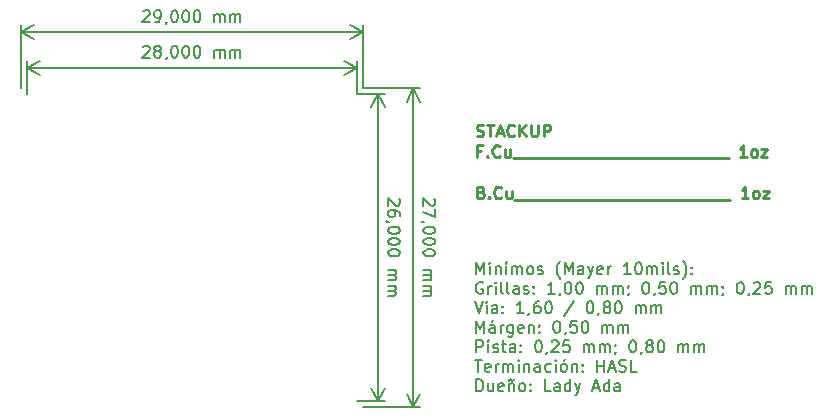
<source format=gbr>
%TF.GenerationSoftware,KiCad,Pcbnew,(5.1.10)-1*%
%TF.CreationDate,2021-10-14T08:55:52-04:00*%
%TF.ProjectId,TP_Final,54505f46-696e-4616-9c2e-6b696361645f,rev?*%
%TF.SameCoordinates,Original*%
%TF.FileFunction,OtherDrawing,Comment*%
%FSLAX46Y46*%
G04 Gerber Fmt 4.6, Leading zero omitted, Abs format (unit mm)*
G04 Created by KiCad (PCBNEW (5.1.10)-1) date 2021-10-14 08:55:52*
%MOMM*%
%LPD*%
G01*
G04 APERTURE LIST*
%ADD10C,0.250000*%
%ADD11C,0.150000*%
G04 APERTURE END LIST*
D10*
X146352976Y-92779761D02*
X146495833Y-92827380D01*
X146733928Y-92827380D01*
X146829166Y-92779761D01*
X146876785Y-92732142D01*
X146924404Y-92636904D01*
X146924404Y-92541666D01*
X146876785Y-92446428D01*
X146829166Y-92398809D01*
X146733928Y-92351190D01*
X146543452Y-92303571D01*
X146448214Y-92255952D01*
X146400595Y-92208333D01*
X146352976Y-92113095D01*
X146352976Y-92017857D01*
X146400595Y-91922619D01*
X146448214Y-91875000D01*
X146543452Y-91827380D01*
X146781547Y-91827380D01*
X146924404Y-91875000D01*
X147210119Y-91827380D02*
X147781547Y-91827380D01*
X147495833Y-92827380D02*
X147495833Y-91827380D01*
X148067261Y-92541666D02*
X148543452Y-92541666D01*
X147972023Y-92827380D02*
X148305357Y-91827380D01*
X148638690Y-92827380D01*
X149543452Y-92732142D02*
X149495833Y-92779761D01*
X149352976Y-92827380D01*
X149257738Y-92827380D01*
X149114880Y-92779761D01*
X149019642Y-92684523D01*
X148972023Y-92589285D01*
X148924404Y-92398809D01*
X148924404Y-92255952D01*
X148972023Y-92065476D01*
X149019642Y-91970238D01*
X149114880Y-91875000D01*
X149257738Y-91827380D01*
X149352976Y-91827380D01*
X149495833Y-91875000D01*
X149543452Y-91922619D01*
X149972023Y-92827380D02*
X149972023Y-91827380D01*
X150543452Y-92827380D02*
X150114880Y-92255952D01*
X150543452Y-91827380D02*
X149972023Y-92398809D01*
X150972023Y-91827380D02*
X150972023Y-92636904D01*
X151019642Y-92732142D01*
X151067261Y-92779761D01*
X151162500Y-92827380D01*
X151352976Y-92827380D01*
X151448214Y-92779761D01*
X151495833Y-92732142D01*
X151543452Y-92636904D01*
X151543452Y-91827380D01*
X152019642Y-92827380D02*
X152019642Y-91827380D01*
X152400595Y-91827380D01*
X152495833Y-91875000D01*
X152543452Y-91922619D01*
X152591071Y-92017857D01*
X152591071Y-92160714D01*
X152543452Y-92255952D01*
X152495833Y-92303571D01*
X152400595Y-92351190D01*
X152019642Y-92351190D01*
X146733928Y-94053571D02*
X146400595Y-94053571D01*
X146400595Y-94577380D02*
X146400595Y-93577380D01*
X146876785Y-93577380D01*
X147257738Y-94482142D02*
X147305357Y-94529761D01*
X147257738Y-94577380D01*
X147210119Y-94529761D01*
X147257738Y-94482142D01*
X147257738Y-94577380D01*
X148305357Y-94482142D02*
X148257738Y-94529761D01*
X148114880Y-94577380D01*
X148019642Y-94577380D01*
X147876785Y-94529761D01*
X147781547Y-94434523D01*
X147733928Y-94339285D01*
X147686309Y-94148809D01*
X147686309Y-94005952D01*
X147733928Y-93815476D01*
X147781547Y-93720238D01*
X147876785Y-93625000D01*
X148019642Y-93577380D01*
X148114880Y-93577380D01*
X148257738Y-93625000D01*
X148305357Y-93672619D01*
X149162500Y-93910714D02*
X149162500Y-94577380D01*
X148733928Y-93910714D02*
X148733928Y-94434523D01*
X148781547Y-94529761D01*
X148876785Y-94577380D01*
X149019642Y-94577380D01*
X149114880Y-94529761D01*
X149162500Y-94482142D01*
X149400595Y-94672619D02*
X150162500Y-94672619D01*
X150162500Y-94672619D02*
X150924404Y-94672619D01*
X150924404Y-94672619D02*
X151686309Y-94672619D01*
X151686309Y-94672619D02*
X152448214Y-94672619D01*
X152448214Y-94672619D02*
X153210119Y-94672619D01*
X153210119Y-94672619D02*
X153972023Y-94672619D01*
X153972023Y-94672619D02*
X154733928Y-94672619D01*
X154733928Y-94672619D02*
X155495833Y-94672619D01*
X155495833Y-94672619D02*
X156257738Y-94672619D01*
X156257738Y-94672619D02*
X157019642Y-94672619D01*
X157019642Y-94672619D02*
X157781547Y-94672619D01*
X157781547Y-94672619D02*
X158543452Y-94672619D01*
X158543452Y-94672619D02*
X159305357Y-94672619D01*
X159305357Y-94672619D02*
X160067261Y-94672619D01*
X160067261Y-94672619D02*
X160829166Y-94672619D01*
X160829166Y-94672619D02*
X161591071Y-94672619D01*
X161591071Y-94672619D02*
X162352976Y-94672619D01*
X162352976Y-94672619D02*
X163114880Y-94672619D01*
X163114880Y-94672619D02*
X163876785Y-94672619D01*
X163876785Y-94672619D02*
X164638690Y-94672619D01*
X164638690Y-94672619D02*
X165400595Y-94672619D01*
X165400595Y-94672619D02*
X166162500Y-94672619D01*
X166162500Y-94672619D02*
X166924404Y-94672619D01*
X166924404Y-94672619D02*
X167686309Y-94672619D01*
X169210119Y-94577380D02*
X168638690Y-94577380D01*
X168924404Y-94577380D02*
X168924404Y-93577380D01*
X168829166Y-93720238D01*
X168733928Y-93815476D01*
X168638690Y-93863095D01*
X169781547Y-94577380D02*
X169686309Y-94529761D01*
X169638690Y-94482142D01*
X169591071Y-94386904D01*
X169591071Y-94101190D01*
X169638690Y-94005952D01*
X169686309Y-93958333D01*
X169781547Y-93910714D01*
X169924404Y-93910714D01*
X170019642Y-93958333D01*
X170067261Y-94005952D01*
X170114880Y-94101190D01*
X170114880Y-94386904D01*
X170067261Y-94482142D01*
X170019642Y-94529761D01*
X169924404Y-94577380D01*
X169781547Y-94577380D01*
X170448214Y-93910714D02*
X170972023Y-93910714D01*
X170448214Y-94577380D01*
X170972023Y-94577380D01*
X146733928Y-97553571D02*
X146876785Y-97601190D01*
X146924404Y-97648809D01*
X146972023Y-97744047D01*
X146972023Y-97886904D01*
X146924404Y-97982142D01*
X146876785Y-98029761D01*
X146781547Y-98077380D01*
X146400595Y-98077380D01*
X146400595Y-97077380D01*
X146733928Y-97077380D01*
X146829166Y-97125000D01*
X146876785Y-97172619D01*
X146924404Y-97267857D01*
X146924404Y-97363095D01*
X146876785Y-97458333D01*
X146829166Y-97505952D01*
X146733928Y-97553571D01*
X146400595Y-97553571D01*
X147400595Y-97982142D02*
X147448214Y-98029761D01*
X147400595Y-98077380D01*
X147352976Y-98029761D01*
X147400595Y-97982142D01*
X147400595Y-98077380D01*
X148448214Y-97982142D02*
X148400595Y-98029761D01*
X148257738Y-98077380D01*
X148162500Y-98077380D01*
X148019642Y-98029761D01*
X147924404Y-97934523D01*
X147876785Y-97839285D01*
X147829166Y-97648809D01*
X147829166Y-97505952D01*
X147876785Y-97315476D01*
X147924404Y-97220238D01*
X148019642Y-97125000D01*
X148162500Y-97077380D01*
X148257738Y-97077380D01*
X148400595Y-97125000D01*
X148448214Y-97172619D01*
X149305357Y-97410714D02*
X149305357Y-98077380D01*
X148876785Y-97410714D02*
X148876785Y-97934523D01*
X148924404Y-98029761D01*
X149019642Y-98077380D01*
X149162500Y-98077380D01*
X149257738Y-98029761D01*
X149305357Y-97982142D01*
X149543452Y-98172619D02*
X150305357Y-98172619D01*
X150305357Y-98172619D02*
X151067261Y-98172619D01*
X151067261Y-98172619D02*
X151829166Y-98172619D01*
X151829166Y-98172619D02*
X152591071Y-98172619D01*
X152591071Y-98172619D02*
X153352976Y-98172619D01*
X153352976Y-98172619D02*
X154114880Y-98172619D01*
X154114880Y-98172619D02*
X154876785Y-98172619D01*
X154876785Y-98172619D02*
X155638690Y-98172619D01*
X155638690Y-98172619D02*
X156400595Y-98172619D01*
X156400595Y-98172619D02*
X157162500Y-98172619D01*
X157162500Y-98172619D02*
X157924404Y-98172619D01*
X157924404Y-98172619D02*
X158686309Y-98172619D01*
X158686309Y-98172619D02*
X159448214Y-98172619D01*
X159448214Y-98172619D02*
X160210119Y-98172619D01*
X160210119Y-98172619D02*
X160972023Y-98172619D01*
X160972023Y-98172619D02*
X161733928Y-98172619D01*
X161733928Y-98172619D02*
X162495833Y-98172619D01*
X162495833Y-98172619D02*
X163257738Y-98172619D01*
X163257738Y-98172619D02*
X164019642Y-98172619D01*
X164019642Y-98172619D02*
X164781547Y-98172619D01*
X164781547Y-98172619D02*
X165543452Y-98172619D01*
X165543452Y-98172619D02*
X166305357Y-98172619D01*
X166305357Y-98172619D02*
X167067261Y-98172619D01*
X167067261Y-98172619D02*
X167829166Y-98172619D01*
X169352976Y-98077380D02*
X168781547Y-98077380D01*
X169067261Y-98077380D02*
X169067261Y-97077380D01*
X168972023Y-97220238D01*
X168876785Y-97315476D01*
X168781547Y-97363095D01*
X169924404Y-98077380D02*
X169829166Y-98029761D01*
X169781547Y-97982142D01*
X169733928Y-97886904D01*
X169733928Y-97601190D01*
X169781547Y-97505952D01*
X169829166Y-97458333D01*
X169924404Y-97410714D01*
X170067261Y-97410714D01*
X170162500Y-97458333D01*
X170210119Y-97505952D01*
X170257738Y-97601190D01*
X170257738Y-97886904D01*
X170210119Y-97982142D01*
X170162500Y-98029761D01*
X170067261Y-98077380D01*
X169924404Y-98077380D01*
X170591071Y-97410714D02*
X171114880Y-97410714D01*
X170591071Y-98077380D01*
X171114880Y-98077380D01*
D11*
X146335595Y-104502380D02*
X146335595Y-103502380D01*
X146668928Y-104216666D01*
X147002261Y-103502380D01*
X147002261Y-104502380D01*
X147478452Y-104502380D02*
X147478452Y-103835714D01*
X147573690Y-103454761D02*
X147430833Y-103597619D01*
X147954642Y-103835714D02*
X147954642Y-104502380D01*
X147954642Y-103930952D02*
X148002261Y-103883333D01*
X148097500Y-103835714D01*
X148240357Y-103835714D01*
X148335595Y-103883333D01*
X148383214Y-103978571D01*
X148383214Y-104502380D01*
X148859404Y-104502380D02*
X148859404Y-103835714D01*
X148859404Y-103502380D02*
X148811785Y-103550000D01*
X148859404Y-103597619D01*
X148907023Y-103550000D01*
X148859404Y-103502380D01*
X148859404Y-103597619D01*
X149335595Y-104502380D02*
X149335595Y-103835714D01*
X149335595Y-103930952D02*
X149383214Y-103883333D01*
X149478452Y-103835714D01*
X149621309Y-103835714D01*
X149716547Y-103883333D01*
X149764166Y-103978571D01*
X149764166Y-104502380D01*
X149764166Y-103978571D02*
X149811785Y-103883333D01*
X149907023Y-103835714D01*
X150049880Y-103835714D01*
X150145119Y-103883333D01*
X150192738Y-103978571D01*
X150192738Y-104502380D01*
X150811785Y-104502380D02*
X150716547Y-104454761D01*
X150668928Y-104407142D01*
X150621309Y-104311904D01*
X150621309Y-104026190D01*
X150668928Y-103930952D01*
X150716547Y-103883333D01*
X150811785Y-103835714D01*
X150954642Y-103835714D01*
X151049880Y-103883333D01*
X151097500Y-103930952D01*
X151145119Y-104026190D01*
X151145119Y-104311904D01*
X151097500Y-104407142D01*
X151049880Y-104454761D01*
X150954642Y-104502380D01*
X150811785Y-104502380D01*
X151526071Y-104454761D02*
X151621309Y-104502380D01*
X151811785Y-104502380D01*
X151907023Y-104454761D01*
X151954642Y-104359523D01*
X151954642Y-104311904D01*
X151907023Y-104216666D01*
X151811785Y-104169047D01*
X151668928Y-104169047D01*
X151573690Y-104121428D01*
X151526071Y-104026190D01*
X151526071Y-103978571D01*
X151573690Y-103883333D01*
X151668928Y-103835714D01*
X151811785Y-103835714D01*
X151907023Y-103883333D01*
X153430833Y-104883333D02*
X153383214Y-104835714D01*
X153287976Y-104692857D01*
X153240357Y-104597619D01*
X153192738Y-104454761D01*
X153145119Y-104216666D01*
X153145119Y-104026190D01*
X153192738Y-103788095D01*
X153240357Y-103645238D01*
X153287976Y-103550000D01*
X153383214Y-103407142D01*
X153430833Y-103359523D01*
X153811785Y-104502380D02*
X153811785Y-103502380D01*
X154145119Y-104216666D01*
X154478452Y-103502380D01*
X154478452Y-104502380D01*
X155383214Y-104502380D02*
X155383214Y-103978571D01*
X155335595Y-103883333D01*
X155240357Y-103835714D01*
X155049880Y-103835714D01*
X154954642Y-103883333D01*
X155383214Y-104454761D02*
X155287976Y-104502380D01*
X155049880Y-104502380D01*
X154954642Y-104454761D01*
X154907023Y-104359523D01*
X154907023Y-104264285D01*
X154954642Y-104169047D01*
X155049880Y-104121428D01*
X155287976Y-104121428D01*
X155383214Y-104073809D01*
X155764166Y-103835714D02*
X156002261Y-104502380D01*
X156240357Y-103835714D02*
X156002261Y-104502380D01*
X155907023Y-104740476D01*
X155859404Y-104788095D01*
X155764166Y-104835714D01*
X157002261Y-104454761D02*
X156907023Y-104502380D01*
X156716547Y-104502380D01*
X156621309Y-104454761D01*
X156573690Y-104359523D01*
X156573690Y-103978571D01*
X156621309Y-103883333D01*
X156716547Y-103835714D01*
X156907023Y-103835714D01*
X157002261Y-103883333D01*
X157049880Y-103978571D01*
X157049880Y-104073809D01*
X156573690Y-104169047D01*
X157478452Y-104502380D02*
X157478452Y-103835714D01*
X157478452Y-104026190D02*
X157526071Y-103930952D01*
X157573690Y-103883333D01*
X157668928Y-103835714D01*
X157764166Y-103835714D01*
X159383214Y-104502380D02*
X158811785Y-104502380D01*
X159097500Y-104502380D02*
X159097500Y-103502380D01*
X159002261Y-103645238D01*
X158907023Y-103740476D01*
X158811785Y-103788095D01*
X160002261Y-103502380D02*
X160097500Y-103502380D01*
X160192738Y-103550000D01*
X160240357Y-103597619D01*
X160287976Y-103692857D01*
X160335595Y-103883333D01*
X160335595Y-104121428D01*
X160287976Y-104311904D01*
X160240357Y-104407142D01*
X160192738Y-104454761D01*
X160097500Y-104502380D01*
X160002261Y-104502380D01*
X159907023Y-104454761D01*
X159859404Y-104407142D01*
X159811785Y-104311904D01*
X159764166Y-104121428D01*
X159764166Y-103883333D01*
X159811785Y-103692857D01*
X159859404Y-103597619D01*
X159907023Y-103550000D01*
X160002261Y-103502380D01*
X160764166Y-104502380D02*
X160764166Y-103835714D01*
X160764166Y-103930952D02*
X160811785Y-103883333D01*
X160907023Y-103835714D01*
X161049880Y-103835714D01*
X161145119Y-103883333D01*
X161192738Y-103978571D01*
X161192738Y-104502380D01*
X161192738Y-103978571D02*
X161240357Y-103883333D01*
X161335595Y-103835714D01*
X161478452Y-103835714D01*
X161573690Y-103883333D01*
X161621309Y-103978571D01*
X161621309Y-104502380D01*
X162097500Y-104502380D02*
X162097500Y-103835714D01*
X162097500Y-103502380D02*
X162049880Y-103550000D01*
X162097500Y-103597619D01*
X162145119Y-103550000D01*
X162097500Y-103502380D01*
X162097500Y-103597619D01*
X162716547Y-104502380D02*
X162621309Y-104454761D01*
X162573690Y-104359523D01*
X162573690Y-103502380D01*
X163049880Y-104454761D02*
X163145119Y-104502380D01*
X163335595Y-104502380D01*
X163430833Y-104454761D01*
X163478452Y-104359523D01*
X163478452Y-104311904D01*
X163430833Y-104216666D01*
X163335595Y-104169047D01*
X163192738Y-104169047D01*
X163097500Y-104121428D01*
X163049880Y-104026190D01*
X163049880Y-103978571D01*
X163097500Y-103883333D01*
X163192738Y-103835714D01*
X163335595Y-103835714D01*
X163430833Y-103883333D01*
X163811785Y-104883333D02*
X163859404Y-104835714D01*
X163954642Y-104692857D01*
X164002261Y-104597619D01*
X164049880Y-104454761D01*
X164097500Y-104216666D01*
X164097500Y-104026190D01*
X164049880Y-103788095D01*
X164002261Y-103645238D01*
X163954642Y-103550000D01*
X163859404Y-103407142D01*
X163811785Y-103359523D01*
X164573690Y-104407142D02*
X164621309Y-104454761D01*
X164573690Y-104502380D01*
X164526071Y-104454761D01*
X164573690Y-104407142D01*
X164573690Y-104502380D01*
X164573690Y-103883333D02*
X164621309Y-103930952D01*
X164573690Y-103978571D01*
X164526071Y-103930952D01*
X164573690Y-103883333D01*
X164573690Y-103978571D01*
X146859404Y-105200000D02*
X146764166Y-105152380D01*
X146621309Y-105152380D01*
X146478452Y-105200000D01*
X146383214Y-105295238D01*
X146335595Y-105390476D01*
X146287976Y-105580952D01*
X146287976Y-105723809D01*
X146335595Y-105914285D01*
X146383214Y-106009523D01*
X146478452Y-106104761D01*
X146621309Y-106152380D01*
X146716547Y-106152380D01*
X146859404Y-106104761D01*
X146907023Y-106057142D01*
X146907023Y-105723809D01*
X146716547Y-105723809D01*
X147335595Y-106152380D02*
X147335595Y-105485714D01*
X147335595Y-105676190D02*
X147383214Y-105580952D01*
X147430833Y-105533333D01*
X147526071Y-105485714D01*
X147621309Y-105485714D01*
X147954642Y-106152380D02*
X147954642Y-105485714D01*
X147954642Y-105152380D02*
X147907023Y-105200000D01*
X147954642Y-105247619D01*
X148002261Y-105200000D01*
X147954642Y-105152380D01*
X147954642Y-105247619D01*
X148573690Y-106152380D02*
X148478452Y-106104761D01*
X148430833Y-106009523D01*
X148430833Y-105152380D01*
X149097500Y-106152380D02*
X149002261Y-106104761D01*
X148954642Y-106009523D01*
X148954642Y-105152380D01*
X149907023Y-106152380D02*
X149907023Y-105628571D01*
X149859404Y-105533333D01*
X149764166Y-105485714D01*
X149573690Y-105485714D01*
X149478452Y-105533333D01*
X149907023Y-106104761D02*
X149811785Y-106152380D01*
X149573690Y-106152380D01*
X149478452Y-106104761D01*
X149430833Y-106009523D01*
X149430833Y-105914285D01*
X149478452Y-105819047D01*
X149573690Y-105771428D01*
X149811785Y-105771428D01*
X149907023Y-105723809D01*
X150335595Y-106104761D02*
X150430833Y-106152380D01*
X150621309Y-106152380D01*
X150716547Y-106104761D01*
X150764166Y-106009523D01*
X150764166Y-105961904D01*
X150716547Y-105866666D01*
X150621309Y-105819047D01*
X150478452Y-105819047D01*
X150383214Y-105771428D01*
X150335595Y-105676190D01*
X150335595Y-105628571D01*
X150383214Y-105533333D01*
X150478452Y-105485714D01*
X150621309Y-105485714D01*
X150716547Y-105533333D01*
X151192738Y-106057142D02*
X151240357Y-106104761D01*
X151192738Y-106152380D01*
X151145119Y-106104761D01*
X151192738Y-106057142D01*
X151192738Y-106152380D01*
X151192738Y-105533333D02*
X151240357Y-105580952D01*
X151192738Y-105628571D01*
X151145119Y-105580952D01*
X151192738Y-105533333D01*
X151192738Y-105628571D01*
X152954642Y-106152380D02*
X152383214Y-106152380D01*
X152668928Y-106152380D02*
X152668928Y-105152380D01*
X152573690Y-105295238D01*
X152478452Y-105390476D01*
X152383214Y-105438095D01*
X153430833Y-106104761D02*
X153430833Y-106152380D01*
X153383214Y-106247619D01*
X153335595Y-106295238D01*
X154049880Y-105152380D02*
X154145119Y-105152380D01*
X154240357Y-105200000D01*
X154287976Y-105247619D01*
X154335595Y-105342857D01*
X154383214Y-105533333D01*
X154383214Y-105771428D01*
X154335595Y-105961904D01*
X154287976Y-106057142D01*
X154240357Y-106104761D01*
X154145119Y-106152380D01*
X154049880Y-106152380D01*
X153954642Y-106104761D01*
X153907023Y-106057142D01*
X153859404Y-105961904D01*
X153811785Y-105771428D01*
X153811785Y-105533333D01*
X153859404Y-105342857D01*
X153907023Y-105247619D01*
X153954642Y-105200000D01*
X154049880Y-105152380D01*
X155002261Y-105152380D02*
X155097500Y-105152380D01*
X155192738Y-105200000D01*
X155240357Y-105247619D01*
X155287976Y-105342857D01*
X155335595Y-105533333D01*
X155335595Y-105771428D01*
X155287976Y-105961904D01*
X155240357Y-106057142D01*
X155192738Y-106104761D01*
X155097500Y-106152380D01*
X155002261Y-106152380D01*
X154907023Y-106104761D01*
X154859404Y-106057142D01*
X154811785Y-105961904D01*
X154764166Y-105771428D01*
X154764166Y-105533333D01*
X154811785Y-105342857D01*
X154859404Y-105247619D01*
X154907023Y-105200000D01*
X155002261Y-105152380D01*
X156526071Y-106152380D02*
X156526071Y-105485714D01*
X156526071Y-105580952D02*
X156573690Y-105533333D01*
X156668928Y-105485714D01*
X156811785Y-105485714D01*
X156907023Y-105533333D01*
X156954642Y-105628571D01*
X156954642Y-106152380D01*
X156954642Y-105628571D02*
X157002261Y-105533333D01*
X157097500Y-105485714D01*
X157240357Y-105485714D01*
X157335595Y-105533333D01*
X157383214Y-105628571D01*
X157383214Y-106152380D01*
X157859404Y-106152380D02*
X157859404Y-105485714D01*
X157859404Y-105580952D02*
X157907023Y-105533333D01*
X158002261Y-105485714D01*
X158145119Y-105485714D01*
X158240357Y-105533333D01*
X158287976Y-105628571D01*
X158287976Y-106152380D01*
X158287976Y-105628571D02*
X158335595Y-105533333D01*
X158430833Y-105485714D01*
X158573690Y-105485714D01*
X158668928Y-105533333D01*
X158716547Y-105628571D01*
X158716547Y-106152380D01*
X159240357Y-106104761D02*
X159240357Y-106152380D01*
X159192738Y-106247619D01*
X159145119Y-106295238D01*
X159192738Y-105533333D02*
X159240357Y-105580952D01*
X159192738Y-105628571D01*
X159145119Y-105580952D01*
X159192738Y-105533333D01*
X159192738Y-105628571D01*
X160621309Y-105152380D02*
X160716547Y-105152380D01*
X160811785Y-105200000D01*
X160859404Y-105247619D01*
X160907023Y-105342857D01*
X160954642Y-105533333D01*
X160954642Y-105771428D01*
X160907023Y-105961904D01*
X160859404Y-106057142D01*
X160811785Y-106104761D01*
X160716547Y-106152380D01*
X160621309Y-106152380D01*
X160526071Y-106104761D01*
X160478452Y-106057142D01*
X160430833Y-105961904D01*
X160383214Y-105771428D01*
X160383214Y-105533333D01*
X160430833Y-105342857D01*
X160478452Y-105247619D01*
X160526071Y-105200000D01*
X160621309Y-105152380D01*
X161430833Y-106104761D02*
X161430833Y-106152380D01*
X161383214Y-106247619D01*
X161335595Y-106295238D01*
X162335595Y-105152380D02*
X161859404Y-105152380D01*
X161811785Y-105628571D01*
X161859404Y-105580952D01*
X161954642Y-105533333D01*
X162192738Y-105533333D01*
X162287976Y-105580952D01*
X162335595Y-105628571D01*
X162383214Y-105723809D01*
X162383214Y-105961904D01*
X162335595Y-106057142D01*
X162287976Y-106104761D01*
X162192738Y-106152380D01*
X161954642Y-106152380D01*
X161859404Y-106104761D01*
X161811785Y-106057142D01*
X163002261Y-105152380D02*
X163097500Y-105152380D01*
X163192738Y-105200000D01*
X163240357Y-105247619D01*
X163287976Y-105342857D01*
X163335595Y-105533333D01*
X163335595Y-105771428D01*
X163287976Y-105961904D01*
X163240357Y-106057142D01*
X163192738Y-106104761D01*
X163097500Y-106152380D01*
X163002261Y-106152380D01*
X162907023Y-106104761D01*
X162859404Y-106057142D01*
X162811785Y-105961904D01*
X162764166Y-105771428D01*
X162764166Y-105533333D01*
X162811785Y-105342857D01*
X162859404Y-105247619D01*
X162907023Y-105200000D01*
X163002261Y-105152380D01*
X164526071Y-106152380D02*
X164526071Y-105485714D01*
X164526071Y-105580952D02*
X164573690Y-105533333D01*
X164668928Y-105485714D01*
X164811785Y-105485714D01*
X164907023Y-105533333D01*
X164954642Y-105628571D01*
X164954642Y-106152380D01*
X164954642Y-105628571D02*
X165002261Y-105533333D01*
X165097500Y-105485714D01*
X165240357Y-105485714D01*
X165335595Y-105533333D01*
X165383214Y-105628571D01*
X165383214Y-106152380D01*
X165859404Y-106152380D02*
X165859404Y-105485714D01*
X165859404Y-105580952D02*
X165907023Y-105533333D01*
X166002261Y-105485714D01*
X166145119Y-105485714D01*
X166240357Y-105533333D01*
X166287976Y-105628571D01*
X166287976Y-106152380D01*
X166287976Y-105628571D02*
X166335595Y-105533333D01*
X166430833Y-105485714D01*
X166573690Y-105485714D01*
X166668928Y-105533333D01*
X166716547Y-105628571D01*
X166716547Y-106152380D01*
X167240357Y-106104761D02*
X167240357Y-106152380D01*
X167192738Y-106247619D01*
X167145119Y-106295238D01*
X167192738Y-105533333D02*
X167240357Y-105580952D01*
X167192738Y-105628571D01*
X167145119Y-105580952D01*
X167192738Y-105533333D01*
X167192738Y-105628571D01*
X168621309Y-105152380D02*
X168716547Y-105152380D01*
X168811785Y-105200000D01*
X168859404Y-105247619D01*
X168907023Y-105342857D01*
X168954642Y-105533333D01*
X168954642Y-105771428D01*
X168907023Y-105961904D01*
X168859404Y-106057142D01*
X168811785Y-106104761D01*
X168716547Y-106152380D01*
X168621309Y-106152380D01*
X168526071Y-106104761D01*
X168478452Y-106057142D01*
X168430833Y-105961904D01*
X168383214Y-105771428D01*
X168383214Y-105533333D01*
X168430833Y-105342857D01*
X168478452Y-105247619D01*
X168526071Y-105200000D01*
X168621309Y-105152380D01*
X169430833Y-106104761D02*
X169430833Y-106152380D01*
X169383214Y-106247619D01*
X169335595Y-106295238D01*
X169811785Y-105247619D02*
X169859404Y-105200000D01*
X169954642Y-105152380D01*
X170192738Y-105152380D01*
X170287976Y-105200000D01*
X170335595Y-105247619D01*
X170383214Y-105342857D01*
X170383214Y-105438095D01*
X170335595Y-105580952D01*
X169764166Y-106152380D01*
X170383214Y-106152380D01*
X171287976Y-105152380D02*
X170811785Y-105152380D01*
X170764166Y-105628571D01*
X170811785Y-105580952D01*
X170907023Y-105533333D01*
X171145119Y-105533333D01*
X171240357Y-105580952D01*
X171287976Y-105628571D01*
X171335595Y-105723809D01*
X171335595Y-105961904D01*
X171287976Y-106057142D01*
X171240357Y-106104761D01*
X171145119Y-106152380D01*
X170907023Y-106152380D01*
X170811785Y-106104761D01*
X170764166Y-106057142D01*
X172526071Y-106152380D02*
X172526071Y-105485714D01*
X172526071Y-105580952D02*
X172573690Y-105533333D01*
X172668928Y-105485714D01*
X172811785Y-105485714D01*
X172907023Y-105533333D01*
X172954642Y-105628571D01*
X172954642Y-106152380D01*
X172954642Y-105628571D02*
X173002261Y-105533333D01*
X173097500Y-105485714D01*
X173240357Y-105485714D01*
X173335595Y-105533333D01*
X173383214Y-105628571D01*
X173383214Y-106152380D01*
X173859404Y-106152380D02*
X173859404Y-105485714D01*
X173859404Y-105580952D02*
X173907023Y-105533333D01*
X174002261Y-105485714D01*
X174145119Y-105485714D01*
X174240357Y-105533333D01*
X174287976Y-105628571D01*
X174287976Y-106152380D01*
X174287976Y-105628571D02*
X174335595Y-105533333D01*
X174430833Y-105485714D01*
X174573690Y-105485714D01*
X174668928Y-105533333D01*
X174716547Y-105628571D01*
X174716547Y-106152380D01*
X146192738Y-106802380D02*
X146526071Y-107802380D01*
X146859404Y-106802380D01*
X147192738Y-107802380D02*
X147192738Y-107135714D01*
X147287976Y-106754761D02*
X147145119Y-106897619D01*
X148097500Y-107802380D02*
X148097500Y-107278571D01*
X148049880Y-107183333D01*
X147954642Y-107135714D01*
X147764166Y-107135714D01*
X147668928Y-107183333D01*
X148097500Y-107754761D02*
X148002261Y-107802380D01*
X147764166Y-107802380D01*
X147668928Y-107754761D01*
X147621309Y-107659523D01*
X147621309Y-107564285D01*
X147668928Y-107469047D01*
X147764166Y-107421428D01*
X148002261Y-107421428D01*
X148097500Y-107373809D01*
X148573690Y-107707142D02*
X148621309Y-107754761D01*
X148573690Y-107802380D01*
X148526071Y-107754761D01*
X148573690Y-107707142D01*
X148573690Y-107802380D01*
X148573690Y-107183333D02*
X148621309Y-107230952D01*
X148573690Y-107278571D01*
X148526071Y-107230952D01*
X148573690Y-107183333D01*
X148573690Y-107278571D01*
X150335595Y-107802380D02*
X149764166Y-107802380D01*
X150049880Y-107802380D02*
X150049880Y-106802380D01*
X149954642Y-106945238D01*
X149859404Y-107040476D01*
X149764166Y-107088095D01*
X150811785Y-107754761D02*
X150811785Y-107802380D01*
X150764166Y-107897619D01*
X150716547Y-107945238D01*
X151668928Y-106802380D02*
X151478452Y-106802380D01*
X151383214Y-106850000D01*
X151335595Y-106897619D01*
X151240357Y-107040476D01*
X151192738Y-107230952D01*
X151192738Y-107611904D01*
X151240357Y-107707142D01*
X151287976Y-107754761D01*
X151383214Y-107802380D01*
X151573690Y-107802380D01*
X151668928Y-107754761D01*
X151716547Y-107707142D01*
X151764166Y-107611904D01*
X151764166Y-107373809D01*
X151716547Y-107278571D01*
X151668928Y-107230952D01*
X151573690Y-107183333D01*
X151383214Y-107183333D01*
X151287976Y-107230952D01*
X151240357Y-107278571D01*
X151192738Y-107373809D01*
X152383214Y-106802380D02*
X152478452Y-106802380D01*
X152573690Y-106850000D01*
X152621309Y-106897619D01*
X152668928Y-106992857D01*
X152716547Y-107183333D01*
X152716547Y-107421428D01*
X152668928Y-107611904D01*
X152621309Y-107707142D01*
X152573690Y-107754761D01*
X152478452Y-107802380D01*
X152383214Y-107802380D01*
X152287976Y-107754761D01*
X152240357Y-107707142D01*
X152192738Y-107611904D01*
X152145119Y-107421428D01*
X152145119Y-107183333D01*
X152192738Y-106992857D01*
X152240357Y-106897619D01*
X152287976Y-106850000D01*
X152383214Y-106802380D01*
X154621309Y-106754761D02*
X153764166Y-108040476D01*
X155907023Y-106802380D02*
X156002261Y-106802380D01*
X156097500Y-106850000D01*
X156145119Y-106897619D01*
X156192738Y-106992857D01*
X156240357Y-107183333D01*
X156240357Y-107421428D01*
X156192738Y-107611904D01*
X156145119Y-107707142D01*
X156097500Y-107754761D01*
X156002261Y-107802380D01*
X155907023Y-107802380D01*
X155811785Y-107754761D01*
X155764166Y-107707142D01*
X155716547Y-107611904D01*
X155668928Y-107421428D01*
X155668928Y-107183333D01*
X155716547Y-106992857D01*
X155764166Y-106897619D01*
X155811785Y-106850000D01*
X155907023Y-106802380D01*
X156716547Y-107754761D02*
X156716547Y-107802380D01*
X156668928Y-107897619D01*
X156621309Y-107945238D01*
X157287976Y-107230952D02*
X157192738Y-107183333D01*
X157145119Y-107135714D01*
X157097500Y-107040476D01*
X157097500Y-106992857D01*
X157145119Y-106897619D01*
X157192738Y-106850000D01*
X157287976Y-106802380D01*
X157478452Y-106802380D01*
X157573690Y-106850000D01*
X157621309Y-106897619D01*
X157668928Y-106992857D01*
X157668928Y-107040476D01*
X157621309Y-107135714D01*
X157573690Y-107183333D01*
X157478452Y-107230952D01*
X157287976Y-107230952D01*
X157192738Y-107278571D01*
X157145119Y-107326190D01*
X157097500Y-107421428D01*
X157097500Y-107611904D01*
X157145119Y-107707142D01*
X157192738Y-107754761D01*
X157287976Y-107802380D01*
X157478452Y-107802380D01*
X157573690Y-107754761D01*
X157621309Y-107707142D01*
X157668928Y-107611904D01*
X157668928Y-107421428D01*
X157621309Y-107326190D01*
X157573690Y-107278571D01*
X157478452Y-107230952D01*
X158287976Y-106802380D02*
X158383214Y-106802380D01*
X158478452Y-106850000D01*
X158526071Y-106897619D01*
X158573690Y-106992857D01*
X158621309Y-107183333D01*
X158621309Y-107421428D01*
X158573690Y-107611904D01*
X158526071Y-107707142D01*
X158478452Y-107754761D01*
X158383214Y-107802380D01*
X158287976Y-107802380D01*
X158192738Y-107754761D01*
X158145119Y-107707142D01*
X158097500Y-107611904D01*
X158049880Y-107421428D01*
X158049880Y-107183333D01*
X158097500Y-106992857D01*
X158145119Y-106897619D01*
X158192738Y-106850000D01*
X158287976Y-106802380D01*
X159811785Y-107802380D02*
X159811785Y-107135714D01*
X159811785Y-107230952D02*
X159859404Y-107183333D01*
X159954642Y-107135714D01*
X160097500Y-107135714D01*
X160192738Y-107183333D01*
X160240357Y-107278571D01*
X160240357Y-107802380D01*
X160240357Y-107278571D02*
X160287976Y-107183333D01*
X160383214Y-107135714D01*
X160526071Y-107135714D01*
X160621309Y-107183333D01*
X160668928Y-107278571D01*
X160668928Y-107802380D01*
X161145119Y-107802380D02*
X161145119Y-107135714D01*
X161145119Y-107230952D02*
X161192738Y-107183333D01*
X161287976Y-107135714D01*
X161430833Y-107135714D01*
X161526071Y-107183333D01*
X161573690Y-107278571D01*
X161573690Y-107802380D01*
X161573690Y-107278571D02*
X161621309Y-107183333D01*
X161716547Y-107135714D01*
X161859404Y-107135714D01*
X161954642Y-107183333D01*
X162002261Y-107278571D01*
X162002261Y-107802380D01*
X146335595Y-109452380D02*
X146335595Y-108452380D01*
X146668928Y-109166666D01*
X147002261Y-108452380D01*
X147002261Y-109452380D01*
X147907023Y-109452380D02*
X147907023Y-108928571D01*
X147859404Y-108833333D01*
X147764166Y-108785714D01*
X147573690Y-108785714D01*
X147478452Y-108833333D01*
X147907023Y-109404761D02*
X147811785Y-109452380D01*
X147573690Y-109452380D01*
X147478452Y-109404761D01*
X147430833Y-109309523D01*
X147430833Y-109214285D01*
X147478452Y-109119047D01*
X147573690Y-109071428D01*
X147811785Y-109071428D01*
X147907023Y-109023809D01*
X147764166Y-108404761D02*
X147621309Y-108547619D01*
X148383214Y-109452380D02*
X148383214Y-108785714D01*
X148383214Y-108976190D02*
X148430833Y-108880952D01*
X148478452Y-108833333D01*
X148573690Y-108785714D01*
X148668928Y-108785714D01*
X149430833Y-108785714D02*
X149430833Y-109595238D01*
X149383214Y-109690476D01*
X149335595Y-109738095D01*
X149240357Y-109785714D01*
X149097500Y-109785714D01*
X149002261Y-109738095D01*
X149430833Y-109404761D02*
X149335595Y-109452380D01*
X149145119Y-109452380D01*
X149049880Y-109404761D01*
X149002261Y-109357142D01*
X148954642Y-109261904D01*
X148954642Y-108976190D01*
X149002261Y-108880952D01*
X149049880Y-108833333D01*
X149145119Y-108785714D01*
X149335595Y-108785714D01*
X149430833Y-108833333D01*
X150287976Y-109404761D02*
X150192738Y-109452380D01*
X150002261Y-109452380D01*
X149907023Y-109404761D01*
X149859404Y-109309523D01*
X149859404Y-108928571D01*
X149907023Y-108833333D01*
X150002261Y-108785714D01*
X150192738Y-108785714D01*
X150287976Y-108833333D01*
X150335595Y-108928571D01*
X150335595Y-109023809D01*
X149859404Y-109119047D01*
X150764166Y-108785714D02*
X150764166Y-109452380D01*
X150764166Y-108880952D02*
X150811785Y-108833333D01*
X150907023Y-108785714D01*
X151049880Y-108785714D01*
X151145119Y-108833333D01*
X151192738Y-108928571D01*
X151192738Y-109452380D01*
X151668928Y-109357142D02*
X151716547Y-109404761D01*
X151668928Y-109452380D01*
X151621309Y-109404761D01*
X151668928Y-109357142D01*
X151668928Y-109452380D01*
X151668928Y-108833333D02*
X151716547Y-108880952D01*
X151668928Y-108928571D01*
X151621309Y-108880952D01*
X151668928Y-108833333D01*
X151668928Y-108928571D01*
X153097500Y-108452380D02*
X153192738Y-108452380D01*
X153287976Y-108500000D01*
X153335595Y-108547619D01*
X153383214Y-108642857D01*
X153430833Y-108833333D01*
X153430833Y-109071428D01*
X153383214Y-109261904D01*
X153335595Y-109357142D01*
X153287976Y-109404761D01*
X153192738Y-109452380D01*
X153097500Y-109452380D01*
X153002261Y-109404761D01*
X152954642Y-109357142D01*
X152907023Y-109261904D01*
X152859404Y-109071428D01*
X152859404Y-108833333D01*
X152907023Y-108642857D01*
X152954642Y-108547619D01*
X153002261Y-108500000D01*
X153097500Y-108452380D01*
X153907023Y-109404761D02*
X153907023Y-109452380D01*
X153859404Y-109547619D01*
X153811785Y-109595238D01*
X154811785Y-108452380D02*
X154335595Y-108452380D01*
X154287976Y-108928571D01*
X154335595Y-108880952D01*
X154430833Y-108833333D01*
X154668928Y-108833333D01*
X154764166Y-108880952D01*
X154811785Y-108928571D01*
X154859404Y-109023809D01*
X154859404Y-109261904D01*
X154811785Y-109357142D01*
X154764166Y-109404761D01*
X154668928Y-109452380D01*
X154430833Y-109452380D01*
X154335595Y-109404761D01*
X154287976Y-109357142D01*
X155478452Y-108452380D02*
X155573690Y-108452380D01*
X155668928Y-108500000D01*
X155716547Y-108547619D01*
X155764166Y-108642857D01*
X155811785Y-108833333D01*
X155811785Y-109071428D01*
X155764166Y-109261904D01*
X155716547Y-109357142D01*
X155668928Y-109404761D01*
X155573690Y-109452380D01*
X155478452Y-109452380D01*
X155383214Y-109404761D01*
X155335595Y-109357142D01*
X155287976Y-109261904D01*
X155240357Y-109071428D01*
X155240357Y-108833333D01*
X155287976Y-108642857D01*
X155335595Y-108547619D01*
X155383214Y-108500000D01*
X155478452Y-108452380D01*
X157002261Y-109452380D02*
X157002261Y-108785714D01*
X157002261Y-108880952D02*
X157049880Y-108833333D01*
X157145119Y-108785714D01*
X157287976Y-108785714D01*
X157383214Y-108833333D01*
X157430833Y-108928571D01*
X157430833Y-109452380D01*
X157430833Y-108928571D02*
X157478452Y-108833333D01*
X157573690Y-108785714D01*
X157716547Y-108785714D01*
X157811785Y-108833333D01*
X157859404Y-108928571D01*
X157859404Y-109452380D01*
X158335595Y-109452380D02*
X158335595Y-108785714D01*
X158335595Y-108880952D02*
X158383214Y-108833333D01*
X158478452Y-108785714D01*
X158621309Y-108785714D01*
X158716547Y-108833333D01*
X158764166Y-108928571D01*
X158764166Y-109452380D01*
X158764166Y-108928571D02*
X158811785Y-108833333D01*
X158907023Y-108785714D01*
X159049880Y-108785714D01*
X159145119Y-108833333D01*
X159192738Y-108928571D01*
X159192738Y-109452380D01*
X146335595Y-111102380D02*
X146335595Y-110102380D01*
X146716547Y-110102380D01*
X146811785Y-110150000D01*
X146859404Y-110197619D01*
X146907023Y-110292857D01*
X146907023Y-110435714D01*
X146859404Y-110530952D01*
X146811785Y-110578571D01*
X146716547Y-110626190D01*
X146335595Y-110626190D01*
X147335595Y-111102380D02*
X147335595Y-110435714D01*
X147335595Y-110102380D02*
X147287976Y-110150000D01*
X147335595Y-110197619D01*
X147383214Y-110150000D01*
X147335595Y-110102380D01*
X147335595Y-110197619D01*
X147764166Y-111054761D02*
X147859404Y-111102380D01*
X148049880Y-111102380D01*
X148145119Y-111054761D01*
X148192738Y-110959523D01*
X148192738Y-110911904D01*
X148145119Y-110816666D01*
X148049880Y-110769047D01*
X147907023Y-110769047D01*
X147811785Y-110721428D01*
X147764166Y-110626190D01*
X147764166Y-110578571D01*
X147811785Y-110483333D01*
X147907023Y-110435714D01*
X148049880Y-110435714D01*
X148145119Y-110483333D01*
X148478452Y-110435714D02*
X148859404Y-110435714D01*
X148621309Y-110102380D02*
X148621309Y-110959523D01*
X148668928Y-111054761D01*
X148764166Y-111102380D01*
X148859404Y-111102380D01*
X149621309Y-111102380D02*
X149621309Y-110578571D01*
X149573690Y-110483333D01*
X149478452Y-110435714D01*
X149287976Y-110435714D01*
X149192738Y-110483333D01*
X149621309Y-111054761D02*
X149526071Y-111102380D01*
X149287976Y-111102380D01*
X149192738Y-111054761D01*
X149145119Y-110959523D01*
X149145119Y-110864285D01*
X149192738Y-110769047D01*
X149287976Y-110721428D01*
X149526071Y-110721428D01*
X149621309Y-110673809D01*
X150097500Y-111007142D02*
X150145119Y-111054761D01*
X150097500Y-111102380D01*
X150049880Y-111054761D01*
X150097500Y-111007142D01*
X150097500Y-111102380D01*
X150097500Y-110483333D02*
X150145119Y-110530952D01*
X150097500Y-110578571D01*
X150049880Y-110530952D01*
X150097500Y-110483333D01*
X150097500Y-110578571D01*
X151526071Y-110102380D02*
X151621309Y-110102380D01*
X151716547Y-110150000D01*
X151764166Y-110197619D01*
X151811785Y-110292857D01*
X151859404Y-110483333D01*
X151859404Y-110721428D01*
X151811785Y-110911904D01*
X151764166Y-111007142D01*
X151716547Y-111054761D01*
X151621309Y-111102380D01*
X151526071Y-111102380D01*
X151430833Y-111054761D01*
X151383214Y-111007142D01*
X151335595Y-110911904D01*
X151287976Y-110721428D01*
X151287976Y-110483333D01*
X151335595Y-110292857D01*
X151383214Y-110197619D01*
X151430833Y-110150000D01*
X151526071Y-110102380D01*
X152335595Y-111054761D02*
X152335595Y-111102380D01*
X152287976Y-111197619D01*
X152240357Y-111245238D01*
X152716547Y-110197619D02*
X152764166Y-110150000D01*
X152859404Y-110102380D01*
X153097500Y-110102380D01*
X153192738Y-110150000D01*
X153240357Y-110197619D01*
X153287976Y-110292857D01*
X153287976Y-110388095D01*
X153240357Y-110530952D01*
X152668928Y-111102380D01*
X153287976Y-111102380D01*
X154192738Y-110102380D02*
X153716547Y-110102380D01*
X153668928Y-110578571D01*
X153716547Y-110530952D01*
X153811785Y-110483333D01*
X154049880Y-110483333D01*
X154145119Y-110530952D01*
X154192738Y-110578571D01*
X154240357Y-110673809D01*
X154240357Y-110911904D01*
X154192738Y-111007142D01*
X154145119Y-111054761D01*
X154049880Y-111102380D01*
X153811785Y-111102380D01*
X153716547Y-111054761D01*
X153668928Y-111007142D01*
X155430833Y-111102380D02*
X155430833Y-110435714D01*
X155430833Y-110530952D02*
X155478452Y-110483333D01*
X155573690Y-110435714D01*
X155716547Y-110435714D01*
X155811785Y-110483333D01*
X155859404Y-110578571D01*
X155859404Y-111102380D01*
X155859404Y-110578571D02*
X155907023Y-110483333D01*
X156002261Y-110435714D01*
X156145119Y-110435714D01*
X156240357Y-110483333D01*
X156287976Y-110578571D01*
X156287976Y-111102380D01*
X156764166Y-111102380D02*
X156764166Y-110435714D01*
X156764166Y-110530952D02*
X156811785Y-110483333D01*
X156907023Y-110435714D01*
X157049880Y-110435714D01*
X157145119Y-110483333D01*
X157192738Y-110578571D01*
X157192738Y-111102380D01*
X157192738Y-110578571D02*
X157240357Y-110483333D01*
X157335595Y-110435714D01*
X157478452Y-110435714D01*
X157573690Y-110483333D01*
X157621309Y-110578571D01*
X157621309Y-111102380D01*
X158145119Y-111054761D02*
X158145119Y-111102380D01*
X158097500Y-111197619D01*
X158049880Y-111245238D01*
X158097500Y-110483333D02*
X158145119Y-110530952D01*
X158097500Y-110578571D01*
X158049880Y-110530952D01*
X158097500Y-110483333D01*
X158097500Y-110578571D01*
X159526071Y-110102380D02*
X159621309Y-110102380D01*
X159716547Y-110150000D01*
X159764166Y-110197619D01*
X159811785Y-110292857D01*
X159859404Y-110483333D01*
X159859404Y-110721428D01*
X159811785Y-110911904D01*
X159764166Y-111007142D01*
X159716547Y-111054761D01*
X159621309Y-111102380D01*
X159526071Y-111102380D01*
X159430833Y-111054761D01*
X159383214Y-111007142D01*
X159335595Y-110911904D01*
X159287976Y-110721428D01*
X159287976Y-110483333D01*
X159335595Y-110292857D01*
X159383214Y-110197619D01*
X159430833Y-110150000D01*
X159526071Y-110102380D01*
X160335595Y-111054761D02*
X160335595Y-111102380D01*
X160287976Y-111197619D01*
X160240357Y-111245238D01*
X160907023Y-110530952D02*
X160811785Y-110483333D01*
X160764166Y-110435714D01*
X160716547Y-110340476D01*
X160716547Y-110292857D01*
X160764166Y-110197619D01*
X160811785Y-110150000D01*
X160907023Y-110102380D01*
X161097500Y-110102380D01*
X161192738Y-110150000D01*
X161240357Y-110197619D01*
X161287976Y-110292857D01*
X161287976Y-110340476D01*
X161240357Y-110435714D01*
X161192738Y-110483333D01*
X161097500Y-110530952D01*
X160907023Y-110530952D01*
X160811785Y-110578571D01*
X160764166Y-110626190D01*
X160716547Y-110721428D01*
X160716547Y-110911904D01*
X160764166Y-111007142D01*
X160811785Y-111054761D01*
X160907023Y-111102380D01*
X161097500Y-111102380D01*
X161192738Y-111054761D01*
X161240357Y-111007142D01*
X161287976Y-110911904D01*
X161287976Y-110721428D01*
X161240357Y-110626190D01*
X161192738Y-110578571D01*
X161097500Y-110530952D01*
X161907023Y-110102380D02*
X162002261Y-110102380D01*
X162097500Y-110150000D01*
X162145119Y-110197619D01*
X162192738Y-110292857D01*
X162240357Y-110483333D01*
X162240357Y-110721428D01*
X162192738Y-110911904D01*
X162145119Y-111007142D01*
X162097500Y-111054761D01*
X162002261Y-111102380D01*
X161907023Y-111102380D01*
X161811785Y-111054761D01*
X161764166Y-111007142D01*
X161716547Y-110911904D01*
X161668928Y-110721428D01*
X161668928Y-110483333D01*
X161716547Y-110292857D01*
X161764166Y-110197619D01*
X161811785Y-110150000D01*
X161907023Y-110102380D01*
X163430833Y-111102380D02*
X163430833Y-110435714D01*
X163430833Y-110530952D02*
X163478452Y-110483333D01*
X163573690Y-110435714D01*
X163716547Y-110435714D01*
X163811785Y-110483333D01*
X163859404Y-110578571D01*
X163859404Y-111102380D01*
X163859404Y-110578571D02*
X163907023Y-110483333D01*
X164002261Y-110435714D01*
X164145119Y-110435714D01*
X164240357Y-110483333D01*
X164287976Y-110578571D01*
X164287976Y-111102380D01*
X164764166Y-111102380D02*
X164764166Y-110435714D01*
X164764166Y-110530952D02*
X164811785Y-110483333D01*
X164907023Y-110435714D01*
X165049880Y-110435714D01*
X165145119Y-110483333D01*
X165192738Y-110578571D01*
X165192738Y-111102380D01*
X165192738Y-110578571D02*
X165240357Y-110483333D01*
X165335595Y-110435714D01*
X165478452Y-110435714D01*
X165573690Y-110483333D01*
X165621309Y-110578571D01*
X165621309Y-111102380D01*
X146192738Y-111752380D02*
X146764166Y-111752380D01*
X146478452Y-112752380D02*
X146478452Y-111752380D01*
X147478452Y-112704761D02*
X147383214Y-112752380D01*
X147192738Y-112752380D01*
X147097500Y-112704761D01*
X147049880Y-112609523D01*
X147049880Y-112228571D01*
X147097500Y-112133333D01*
X147192738Y-112085714D01*
X147383214Y-112085714D01*
X147478452Y-112133333D01*
X147526071Y-112228571D01*
X147526071Y-112323809D01*
X147049880Y-112419047D01*
X147954642Y-112752380D02*
X147954642Y-112085714D01*
X147954642Y-112276190D02*
X148002261Y-112180952D01*
X148049880Y-112133333D01*
X148145119Y-112085714D01*
X148240357Y-112085714D01*
X148573690Y-112752380D02*
X148573690Y-112085714D01*
X148573690Y-112180952D02*
X148621309Y-112133333D01*
X148716547Y-112085714D01*
X148859404Y-112085714D01*
X148954642Y-112133333D01*
X149002261Y-112228571D01*
X149002261Y-112752380D01*
X149002261Y-112228571D02*
X149049880Y-112133333D01*
X149145119Y-112085714D01*
X149287976Y-112085714D01*
X149383214Y-112133333D01*
X149430833Y-112228571D01*
X149430833Y-112752380D01*
X149907023Y-112752380D02*
X149907023Y-112085714D01*
X149907023Y-111752380D02*
X149859404Y-111800000D01*
X149907023Y-111847619D01*
X149954642Y-111800000D01*
X149907023Y-111752380D01*
X149907023Y-111847619D01*
X150383214Y-112085714D02*
X150383214Y-112752380D01*
X150383214Y-112180952D02*
X150430833Y-112133333D01*
X150526071Y-112085714D01*
X150668928Y-112085714D01*
X150764166Y-112133333D01*
X150811785Y-112228571D01*
X150811785Y-112752380D01*
X151716547Y-112752380D02*
X151716547Y-112228571D01*
X151668928Y-112133333D01*
X151573690Y-112085714D01*
X151383214Y-112085714D01*
X151287976Y-112133333D01*
X151716547Y-112704761D02*
X151621309Y-112752380D01*
X151383214Y-112752380D01*
X151287976Y-112704761D01*
X151240357Y-112609523D01*
X151240357Y-112514285D01*
X151287976Y-112419047D01*
X151383214Y-112371428D01*
X151621309Y-112371428D01*
X151716547Y-112323809D01*
X152621309Y-112704761D02*
X152526071Y-112752380D01*
X152335595Y-112752380D01*
X152240357Y-112704761D01*
X152192738Y-112657142D01*
X152145119Y-112561904D01*
X152145119Y-112276190D01*
X152192738Y-112180952D01*
X152240357Y-112133333D01*
X152335595Y-112085714D01*
X152526071Y-112085714D01*
X152621309Y-112133333D01*
X153049880Y-112752380D02*
X153049880Y-112085714D01*
X153049880Y-111752380D02*
X153002261Y-111800000D01*
X153049880Y-111847619D01*
X153097500Y-111800000D01*
X153049880Y-111752380D01*
X153049880Y-111847619D01*
X153668928Y-112752380D02*
X153573690Y-112704761D01*
X153526071Y-112657142D01*
X153478452Y-112561904D01*
X153478452Y-112276190D01*
X153526071Y-112180952D01*
X153573690Y-112133333D01*
X153668928Y-112085714D01*
X153811785Y-112085714D01*
X153907023Y-112133333D01*
X153954642Y-112180952D01*
X154002261Y-112276190D01*
X154002261Y-112561904D01*
X153954642Y-112657142D01*
X153907023Y-112704761D01*
X153811785Y-112752380D01*
X153668928Y-112752380D01*
X153859404Y-111704761D02*
X153716547Y-111847619D01*
X154430833Y-112085714D02*
X154430833Y-112752380D01*
X154430833Y-112180952D02*
X154478452Y-112133333D01*
X154573690Y-112085714D01*
X154716547Y-112085714D01*
X154811785Y-112133333D01*
X154859404Y-112228571D01*
X154859404Y-112752380D01*
X155335595Y-112657142D02*
X155383214Y-112704761D01*
X155335595Y-112752380D01*
X155287976Y-112704761D01*
X155335595Y-112657142D01*
X155335595Y-112752380D01*
X155335595Y-112133333D02*
X155383214Y-112180952D01*
X155335595Y-112228571D01*
X155287976Y-112180952D01*
X155335595Y-112133333D01*
X155335595Y-112228571D01*
X156573690Y-112752380D02*
X156573690Y-111752380D01*
X156573690Y-112228571D02*
X157145119Y-112228571D01*
X157145119Y-112752380D02*
X157145119Y-111752380D01*
X157573690Y-112466666D02*
X158049880Y-112466666D01*
X157478452Y-112752380D02*
X157811785Y-111752380D01*
X158145119Y-112752380D01*
X158430833Y-112704761D02*
X158573690Y-112752380D01*
X158811785Y-112752380D01*
X158907023Y-112704761D01*
X158954642Y-112657142D01*
X159002261Y-112561904D01*
X159002261Y-112466666D01*
X158954642Y-112371428D01*
X158907023Y-112323809D01*
X158811785Y-112276190D01*
X158621309Y-112228571D01*
X158526071Y-112180952D01*
X158478452Y-112133333D01*
X158430833Y-112038095D01*
X158430833Y-111942857D01*
X158478452Y-111847619D01*
X158526071Y-111800000D01*
X158621309Y-111752380D01*
X158859404Y-111752380D01*
X159002261Y-111800000D01*
X159907023Y-112752380D02*
X159430833Y-112752380D01*
X159430833Y-111752380D01*
X146335595Y-114402380D02*
X146335595Y-113402380D01*
X146573690Y-113402380D01*
X146716547Y-113450000D01*
X146811785Y-113545238D01*
X146859404Y-113640476D01*
X146907023Y-113830952D01*
X146907023Y-113973809D01*
X146859404Y-114164285D01*
X146811785Y-114259523D01*
X146716547Y-114354761D01*
X146573690Y-114402380D01*
X146335595Y-114402380D01*
X147764166Y-113735714D02*
X147764166Y-114402380D01*
X147335595Y-113735714D02*
X147335595Y-114259523D01*
X147383214Y-114354761D01*
X147478452Y-114402380D01*
X147621309Y-114402380D01*
X147716547Y-114354761D01*
X147764166Y-114307142D01*
X148621309Y-114354761D02*
X148526071Y-114402380D01*
X148335595Y-114402380D01*
X148240357Y-114354761D01*
X148192738Y-114259523D01*
X148192738Y-113878571D01*
X148240357Y-113783333D01*
X148335595Y-113735714D01*
X148526071Y-113735714D01*
X148621309Y-113783333D01*
X148668928Y-113878571D01*
X148668928Y-113973809D01*
X148192738Y-114069047D01*
X149097500Y-113735714D02*
X149097500Y-114402380D01*
X149097500Y-113830952D02*
X149145119Y-113783333D01*
X149240357Y-113735714D01*
X149383214Y-113735714D01*
X149478452Y-113783333D01*
X149526071Y-113878571D01*
X149526071Y-114402380D01*
X149049880Y-113497619D02*
X149097500Y-113450000D01*
X149192738Y-113402380D01*
X149383214Y-113497619D01*
X149478452Y-113450000D01*
X149526071Y-113402380D01*
X150145119Y-114402380D02*
X150049880Y-114354761D01*
X150002261Y-114307142D01*
X149954642Y-114211904D01*
X149954642Y-113926190D01*
X150002261Y-113830952D01*
X150049880Y-113783333D01*
X150145119Y-113735714D01*
X150287976Y-113735714D01*
X150383214Y-113783333D01*
X150430833Y-113830952D01*
X150478452Y-113926190D01*
X150478452Y-114211904D01*
X150430833Y-114307142D01*
X150383214Y-114354761D01*
X150287976Y-114402380D01*
X150145119Y-114402380D01*
X150907023Y-114307142D02*
X150954642Y-114354761D01*
X150907023Y-114402380D01*
X150859404Y-114354761D01*
X150907023Y-114307142D01*
X150907023Y-114402380D01*
X150907023Y-113783333D02*
X150954642Y-113830952D01*
X150907023Y-113878571D01*
X150859404Y-113830952D01*
X150907023Y-113783333D01*
X150907023Y-113878571D01*
X152621309Y-114402380D02*
X152145119Y-114402380D01*
X152145119Y-113402380D01*
X153383214Y-114402380D02*
X153383214Y-113878571D01*
X153335595Y-113783333D01*
X153240357Y-113735714D01*
X153049880Y-113735714D01*
X152954642Y-113783333D01*
X153383214Y-114354761D02*
X153287976Y-114402380D01*
X153049880Y-114402380D01*
X152954642Y-114354761D01*
X152907023Y-114259523D01*
X152907023Y-114164285D01*
X152954642Y-114069047D01*
X153049880Y-114021428D01*
X153287976Y-114021428D01*
X153383214Y-113973809D01*
X154287976Y-114402380D02*
X154287976Y-113402380D01*
X154287976Y-114354761D02*
X154192738Y-114402380D01*
X154002261Y-114402380D01*
X153907023Y-114354761D01*
X153859404Y-114307142D01*
X153811785Y-114211904D01*
X153811785Y-113926190D01*
X153859404Y-113830952D01*
X153907023Y-113783333D01*
X154002261Y-113735714D01*
X154192738Y-113735714D01*
X154287976Y-113783333D01*
X154668928Y-113735714D02*
X154907023Y-114402380D01*
X155145119Y-113735714D02*
X154907023Y-114402380D01*
X154811785Y-114640476D01*
X154764166Y-114688095D01*
X154668928Y-114735714D01*
X156240357Y-114116666D02*
X156716547Y-114116666D01*
X156145119Y-114402380D02*
X156478452Y-113402380D01*
X156811785Y-114402380D01*
X157573690Y-114402380D02*
X157573690Y-113402380D01*
X157573690Y-114354761D02*
X157478452Y-114402380D01*
X157287976Y-114402380D01*
X157192738Y-114354761D01*
X157145119Y-114307142D01*
X157097500Y-114211904D01*
X157097500Y-113926190D01*
X157145119Y-113830952D01*
X157192738Y-113783333D01*
X157287976Y-113735714D01*
X157478452Y-113735714D01*
X157573690Y-113783333D01*
X158478452Y-114402380D02*
X158478452Y-113878571D01*
X158430833Y-113783333D01*
X158335595Y-113735714D01*
X158145119Y-113735714D01*
X158049880Y-113783333D01*
X158478452Y-114354761D02*
X158383214Y-114402380D01*
X158145119Y-114402380D01*
X158049880Y-114354761D01*
X158002261Y-114259523D01*
X158002261Y-114164285D01*
X158049880Y-114069047D01*
X158145119Y-114021428D01*
X158383214Y-114021428D01*
X158478452Y-113973809D01*
X142752380Y-98107142D02*
X142800000Y-98154761D01*
X142847619Y-98250000D01*
X142847619Y-98488095D01*
X142800000Y-98583333D01*
X142752380Y-98630952D01*
X142657142Y-98678571D01*
X142561904Y-98678571D01*
X142419047Y-98630952D01*
X141847619Y-98059523D01*
X141847619Y-98678571D01*
X142847619Y-99011904D02*
X142847619Y-99678571D01*
X141847619Y-99250000D01*
X141895238Y-100107142D02*
X141847619Y-100107142D01*
X141752380Y-100059523D01*
X141704761Y-100011904D01*
X142847619Y-100726190D02*
X142847619Y-100821428D01*
X142800000Y-100916666D01*
X142752380Y-100964285D01*
X142657142Y-101011904D01*
X142466666Y-101059523D01*
X142228571Y-101059523D01*
X142038095Y-101011904D01*
X141942857Y-100964285D01*
X141895238Y-100916666D01*
X141847619Y-100821428D01*
X141847619Y-100726190D01*
X141895238Y-100630952D01*
X141942857Y-100583333D01*
X142038095Y-100535714D01*
X142228571Y-100488095D01*
X142466666Y-100488095D01*
X142657142Y-100535714D01*
X142752380Y-100583333D01*
X142800000Y-100630952D01*
X142847619Y-100726190D01*
X142847619Y-101678571D02*
X142847619Y-101773809D01*
X142800000Y-101869047D01*
X142752380Y-101916666D01*
X142657142Y-101964285D01*
X142466666Y-102011904D01*
X142228571Y-102011904D01*
X142038095Y-101964285D01*
X141942857Y-101916666D01*
X141895238Y-101869047D01*
X141847619Y-101773809D01*
X141847619Y-101678571D01*
X141895238Y-101583333D01*
X141942857Y-101535714D01*
X142038095Y-101488095D01*
X142228571Y-101440476D01*
X142466666Y-101440476D01*
X142657142Y-101488095D01*
X142752380Y-101535714D01*
X142800000Y-101583333D01*
X142847619Y-101678571D01*
X142847619Y-102630952D02*
X142847619Y-102726190D01*
X142800000Y-102821428D01*
X142752380Y-102869047D01*
X142657142Y-102916666D01*
X142466666Y-102964285D01*
X142228571Y-102964285D01*
X142038095Y-102916666D01*
X141942857Y-102869047D01*
X141895238Y-102821428D01*
X141847619Y-102726190D01*
X141847619Y-102630952D01*
X141895238Y-102535714D01*
X141942857Y-102488095D01*
X142038095Y-102440476D01*
X142228571Y-102392857D01*
X142466666Y-102392857D01*
X142657142Y-102440476D01*
X142752380Y-102488095D01*
X142800000Y-102535714D01*
X142847619Y-102630952D01*
X141847619Y-104154761D02*
X142514285Y-104154761D01*
X142419047Y-104154761D02*
X142466666Y-104202380D01*
X142514285Y-104297619D01*
X142514285Y-104440476D01*
X142466666Y-104535714D01*
X142371428Y-104583333D01*
X141847619Y-104583333D01*
X142371428Y-104583333D02*
X142466666Y-104630952D01*
X142514285Y-104726190D01*
X142514285Y-104869047D01*
X142466666Y-104964285D01*
X142371428Y-105011904D01*
X141847619Y-105011904D01*
X141847619Y-105488095D02*
X142514285Y-105488095D01*
X142419047Y-105488095D02*
X142466666Y-105535714D01*
X142514285Y-105630952D01*
X142514285Y-105773809D01*
X142466666Y-105869047D01*
X142371428Y-105916666D01*
X141847619Y-105916666D01*
X142371428Y-105916666D02*
X142466666Y-105964285D01*
X142514285Y-106059523D01*
X142514285Y-106202380D01*
X142466666Y-106297619D01*
X142371428Y-106345238D01*
X141847619Y-106345238D01*
X141000000Y-88750000D02*
X141000000Y-115750000D01*
X136750000Y-88750000D02*
X141586421Y-88750000D01*
X136750000Y-115750000D02*
X141586421Y-115750000D01*
X141000000Y-115750000D02*
X140413579Y-114623496D01*
X141000000Y-115750000D02*
X141586421Y-114623496D01*
X141000000Y-88750000D02*
X140413579Y-89876504D01*
X141000000Y-88750000D02*
X141586421Y-89876504D01*
X139752380Y-98107142D02*
X139800000Y-98154761D01*
X139847619Y-98250000D01*
X139847619Y-98488095D01*
X139800000Y-98583333D01*
X139752380Y-98630952D01*
X139657142Y-98678571D01*
X139561904Y-98678571D01*
X139419047Y-98630952D01*
X138847619Y-98059523D01*
X138847619Y-98678571D01*
X139847619Y-99535714D02*
X139847619Y-99345238D01*
X139800000Y-99250000D01*
X139752380Y-99202380D01*
X139609523Y-99107142D01*
X139419047Y-99059523D01*
X139038095Y-99059523D01*
X138942857Y-99107142D01*
X138895238Y-99154761D01*
X138847619Y-99250000D01*
X138847619Y-99440476D01*
X138895238Y-99535714D01*
X138942857Y-99583333D01*
X139038095Y-99630952D01*
X139276190Y-99630952D01*
X139371428Y-99583333D01*
X139419047Y-99535714D01*
X139466666Y-99440476D01*
X139466666Y-99250000D01*
X139419047Y-99154761D01*
X139371428Y-99107142D01*
X139276190Y-99059523D01*
X138895238Y-100107142D02*
X138847619Y-100107142D01*
X138752380Y-100059523D01*
X138704761Y-100011904D01*
X139847619Y-100726190D02*
X139847619Y-100821428D01*
X139800000Y-100916666D01*
X139752380Y-100964285D01*
X139657142Y-101011904D01*
X139466666Y-101059523D01*
X139228571Y-101059523D01*
X139038095Y-101011904D01*
X138942857Y-100964285D01*
X138895238Y-100916666D01*
X138847619Y-100821428D01*
X138847619Y-100726190D01*
X138895238Y-100630952D01*
X138942857Y-100583333D01*
X139038095Y-100535714D01*
X139228571Y-100488095D01*
X139466666Y-100488095D01*
X139657142Y-100535714D01*
X139752380Y-100583333D01*
X139800000Y-100630952D01*
X139847619Y-100726190D01*
X139847619Y-101678571D02*
X139847619Y-101773809D01*
X139800000Y-101869047D01*
X139752380Y-101916666D01*
X139657142Y-101964285D01*
X139466666Y-102011904D01*
X139228571Y-102011904D01*
X139038095Y-101964285D01*
X138942857Y-101916666D01*
X138895238Y-101869047D01*
X138847619Y-101773809D01*
X138847619Y-101678571D01*
X138895238Y-101583333D01*
X138942857Y-101535714D01*
X139038095Y-101488095D01*
X139228571Y-101440476D01*
X139466666Y-101440476D01*
X139657142Y-101488095D01*
X139752380Y-101535714D01*
X139800000Y-101583333D01*
X139847619Y-101678571D01*
X139847619Y-102630952D02*
X139847619Y-102726190D01*
X139800000Y-102821428D01*
X139752380Y-102869047D01*
X139657142Y-102916666D01*
X139466666Y-102964285D01*
X139228571Y-102964285D01*
X139038095Y-102916666D01*
X138942857Y-102869047D01*
X138895238Y-102821428D01*
X138847619Y-102726190D01*
X138847619Y-102630952D01*
X138895238Y-102535714D01*
X138942857Y-102488095D01*
X139038095Y-102440476D01*
X139228571Y-102392857D01*
X139466666Y-102392857D01*
X139657142Y-102440476D01*
X139752380Y-102488095D01*
X139800000Y-102535714D01*
X139847619Y-102630952D01*
X138847619Y-104154761D02*
X139514285Y-104154761D01*
X139419047Y-104154761D02*
X139466666Y-104202380D01*
X139514285Y-104297619D01*
X139514285Y-104440476D01*
X139466666Y-104535714D01*
X139371428Y-104583333D01*
X138847619Y-104583333D01*
X139371428Y-104583333D02*
X139466666Y-104630952D01*
X139514285Y-104726190D01*
X139514285Y-104869047D01*
X139466666Y-104964285D01*
X139371428Y-105011904D01*
X138847619Y-105011904D01*
X138847619Y-105488095D02*
X139514285Y-105488095D01*
X139419047Y-105488095D02*
X139466666Y-105535714D01*
X139514285Y-105630952D01*
X139514285Y-105773809D01*
X139466666Y-105869047D01*
X139371428Y-105916666D01*
X138847619Y-105916666D01*
X139371428Y-105916666D02*
X139466666Y-105964285D01*
X139514285Y-106059523D01*
X139514285Y-106202380D01*
X139466666Y-106297619D01*
X139371428Y-106345238D01*
X138847619Y-106345238D01*
X138000000Y-89250000D02*
X138000000Y-115250000D01*
X136250000Y-89250000D02*
X138586421Y-89250000D01*
X136250000Y-115250000D02*
X138586421Y-115250000D01*
X138000000Y-115250000D02*
X137413579Y-114123496D01*
X138000000Y-115250000D02*
X138586421Y-114123496D01*
X138000000Y-89250000D02*
X137413579Y-90376504D01*
X138000000Y-89250000D02*
X138586421Y-90376504D01*
X118107142Y-85247619D02*
X118154761Y-85200000D01*
X118250000Y-85152380D01*
X118488095Y-85152380D01*
X118583333Y-85200000D01*
X118630952Y-85247619D01*
X118678571Y-85342857D01*
X118678571Y-85438095D01*
X118630952Y-85580952D01*
X118059523Y-86152380D01*
X118678571Y-86152380D01*
X119250000Y-85580952D02*
X119154761Y-85533333D01*
X119107142Y-85485714D01*
X119059523Y-85390476D01*
X119059523Y-85342857D01*
X119107142Y-85247619D01*
X119154761Y-85200000D01*
X119250000Y-85152380D01*
X119440476Y-85152380D01*
X119535714Y-85200000D01*
X119583333Y-85247619D01*
X119630952Y-85342857D01*
X119630952Y-85390476D01*
X119583333Y-85485714D01*
X119535714Y-85533333D01*
X119440476Y-85580952D01*
X119250000Y-85580952D01*
X119154761Y-85628571D01*
X119107142Y-85676190D01*
X119059523Y-85771428D01*
X119059523Y-85961904D01*
X119107142Y-86057142D01*
X119154761Y-86104761D01*
X119250000Y-86152380D01*
X119440476Y-86152380D01*
X119535714Y-86104761D01*
X119583333Y-86057142D01*
X119630952Y-85961904D01*
X119630952Y-85771428D01*
X119583333Y-85676190D01*
X119535714Y-85628571D01*
X119440476Y-85580952D01*
X120107142Y-86104761D02*
X120107142Y-86152380D01*
X120059523Y-86247619D01*
X120011904Y-86295238D01*
X120726190Y-85152380D02*
X120821428Y-85152380D01*
X120916666Y-85200000D01*
X120964285Y-85247619D01*
X121011904Y-85342857D01*
X121059523Y-85533333D01*
X121059523Y-85771428D01*
X121011904Y-85961904D01*
X120964285Y-86057142D01*
X120916666Y-86104761D01*
X120821428Y-86152380D01*
X120726190Y-86152380D01*
X120630952Y-86104761D01*
X120583333Y-86057142D01*
X120535714Y-85961904D01*
X120488095Y-85771428D01*
X120488095Y-85533333D01*
X120535714Y-85342857D01*
X120583333Y-85247619D01*
X120630952Y-85200000D01*
X120726190Y-85152380D01*
X121678571Y-85152380D02*
X121773809Y-85152380D01*
X121869047Y-85200000D01*
X121916666Y-85247619D01*
X121964285Y-85342857D01*
X122011904Y-85533333D01*
X122011904Y-85771428D01*
X121964285Y-85961904D01*
X121916666Y-86057142D01*
X121869047Y-86104761D01*
X121773809Y-86152380D01*
X121678571Y-86152380D01*
X121583333Y-86104761D01*
X121535714Y-86057142D01*
X121488095Y-85961904D01*
X121440476Y-85771428D01*
X121440476Y-85533333D01*
X121488095Y-85342857D01*
X121535714Y-85247619D01*
X121583333Y-85200000D01*
X121678571Y-85152380D01*
X122630952Y-85152380D02*
X122726190Y-85152380D01*
X122821428Y-85200000D01*
X122869047Y-85247619D01*
X122916666Y-85342857D01*
X122964285Y-85533333D01*
X122964285Y-85771428D01*
X122916666Y-85961904D01*
X122869047Y-86057142D01*
X122821428Y-86104761D01*
X122726190Y-86152380D01*
X122630952Y-86152380D01*
X122535714Y-86104761D01*
X122488095Y-86057142D01*
X122440476Y-85961904D01*
X122392857Y-85771428D01*
X122392857Y-85533333D01*
X122440476Y-85342857D01*
X122488095Y-85247619D01*
X122535714Y-85200000D01*
X122630952Y-85152380D01*
X124154761Y-86152380D02*
X124154761Y-85485714D01*
X124154761Y-85580952D02*
X124202380Y-85533333D01*
X124297619Y-85485714D01*
X124440476Y-85485714D01*
X124535714Y-85533333D01*
X124583333Y-85628571D01*
X124583333Y-86152380D01*
X124583333Y-85628571D02*
X124630952Y-85533333D01*
X124726190Y-85485714D01*
X124869047Y-85485714D01*
X124964285Y-85533333D01*
X125011904Y-85628571D01*
X125011904Y-86152380D01*
X125488095Y-86152380D02*
X125488095Y-85485714D01*
X125488095Y-85580952D02*
X125535714Y-85533333D01*
X125630952Y-85485714D01*
X125773809Y-85485714D01*
X125869047Y-85533333D01*
X125916666Y-85628571D01*
X125916666Y-86152380D01*
X125916666Y-85628571D02*
X125964285Y-85533333D01*
X126059523Y-85485714D01*
X126202380Y-85485714D01*
X126297619Y-85533333D01*
X126345238Y-85628571D01*
X126345238Y-86152380D01*
X108250000Y-87000000D02*
X136250000Y-87000000D01*
X108250000Y-89250000D02*
X108250000Y-86413579D01*
X136250000Y-89250000D02*
X136250000Y-86413579D01*
X136250000Y-87000000D02*
X135123496Y-87586421D01*
X136250000Y-87000000D02*
X135123496Y-86413579D01*
X108250000Y-87000000D02*
X109376504Y-87586421D01*
X108250000Y-87000000D02*
X109376504Y-86413579D01*
X118107142Y-82247619D02*
X118154761Y-82200000D01*
X118250000Y-82152380D01*
X118488095Y-82152380D01*
X118583333Y-82200000D01*
X118630952Y-82247619D01*
X118678571Y-82342857D01*
X118678571Y-82438095D01*
X118630952Y-82580952D01*
X118059523Y-83152380D01*
X118678571Y-83152380D01*
X119154761Y-83152380D02*
X119345238Y-83152380D01*
X119440476Y-83104761D01*
X119488095Y-83057142D01*
X119583333Y-82914285D01*
X119630952Y-82723809D01*
X119630952Y-82342857D01*
X119583333Y-82247619D01*
X119535714Y-82200000D01*
X119440476Y-82152380D01*
X119250000Y-82152380D01*
X119154761Y-82200000D01*
X119107142Y-82247619D01*
X119059523Y-82342857D01*
X119059523Y-82580952D01*
X119107142Y-82676190D01*
X119154761Y-82723809D01*
X119250000Y-82771428D01*
X119440476Y-82771428D01*
X119535714Y-82723809D01*
X119583333Y-82676190D01*
X119630952Y-82580952D01*
X120107142Y-83104761D02*
X120107142Y-83152380D01*
X120059523Y-83247619D01*
X120011904Y-83295238D01*
X120726190Y-82152380D02*
X120821428Y-82152380D01*
X120916666Y-82200000D01*
X120964285Y-82247619D01*
X121011904Y-82342857D01*
X121059523Y-82533333D01*
X121059523Y-82771428D01*
X121011904Y-82961904D01*
X120964285Y-83057142D01*
X120916666Y-83104761D01*
X120821428Y-83152380D01*
X120726190Y-83152380D01*
X120630952Y-83104761D01*
X120583333Y-83057142D01*
X120535714Y-82961904D01*
X120488095Y-82771428D01*
X120488095Y-82533333D01*
X120535714Y-82342857D01*
X120583333Y-82247619D01*
X120630952Y-82200000D01*
X120726190Y-82152380D01*
X121678571Y-82152380D02*
X121773809Y-82152380D01*
X121869047Y-82200000D01*
X121916666Y-82247619D01*
X121964285Y-82342857D01*
X122011904Y-82533333D01*
X122011904Y-82771428D01*
X121964285Y-82961904D01*
X121916666Y-83057142D01*
X121869047Y-83104761D01*
X121773809Y-83152380D01*
X121678571Y-83152380D01*
X121583333Y-83104761D01*
X121535714Y-83057142D01*
X121488095Y-82961904D01*
X121440476Y-82771428D01*
X121440476Y-82533333D01*
X121488095Y-82342857D01*
X121535714Y-82247619D01*
X121583333Y-82200000D01*
X121678571Y-82152380D01*
X122630952Y-82152380D02*
X122726190Y-82152380D01*
X122821428Y-82200000D01*
X122869047Y-82247619D01*
X122916666Y-82342857D01*
X122964285Y-82533333D01*
X122964285Y-82771428D01*
X122916666Y-82961904D01*
X122869047Y-83057142D01*
X122821428Y-83104761D01*
X122726190Y-83152380D01*
X122630952Y-83152380D01*
X122535714Y-83104761D01*
X122488095Y-83057142D01*
X122440476Y-82961904D01*
X122392857Y-82771428D01*
X122392857Y-82533333D01*
X122440476Y-82342857D01*
X122488095Y-82247619D01*
X122535714Y-82200000D01*
X122630952Y-82152380D01*
X124154761Y-83152380D02*
X124154761Y-82485714D01*
X124154761Y-82580952D02*
X124202380Y-82533333D01*
X124297619Y-82485714D01*
X124440476Y-82485714D01*
X124535714Y-82533333D01*
X124583333Y-82628571D01*
X124583333Y-83152380D01*
X124583333Y-82628571D02*
X124630952Y-82533333D01*
X124726190Y-82485714D01*
X124869047Y-82485714D01*
X124964285Y-82533333D01*
X125011904Y-82628571D01*
X125011904Y-83152380D01*
X125488095Y-83152380D02*
X125488095Y-82485714D01*
X125488095Y-82580952D02*
X125535714Y-82533333D01*
X125630952Y-82485714D01*
X125773809Y-82485714D01*
X125869047Y-82533333D01*
X125916666Y-82628571D01*
X125916666Y-83152380D01*
X125916666Y-82628571D02*
X125964285Y-82533333D01*
X126059523Y-82485714D01*
X126202380Y-82485714D01*
X126297619Y-82533333D01*
X126345238Y-82628571D01*
X126345238Y-83152380D01*
X107750000Y-84000000D02*
X136750000Y-84000000D01*
X107750000Y-88750000D02*
X107750000Y-83413579D01*
X136750000Y-88750000D02*
X136750000Y-83413579D01*
X136750000Y-84000000D02*
X135623496Y-84586421D01*
X136750000Y-84000000D02*
X135623496Y-83413579D01*
X107750000Y-84000000D02*
X108876504Y-84586421D01*
X107750000Y-84000000D02*
X108876504Y-83413579D01*
M02*

</source>
